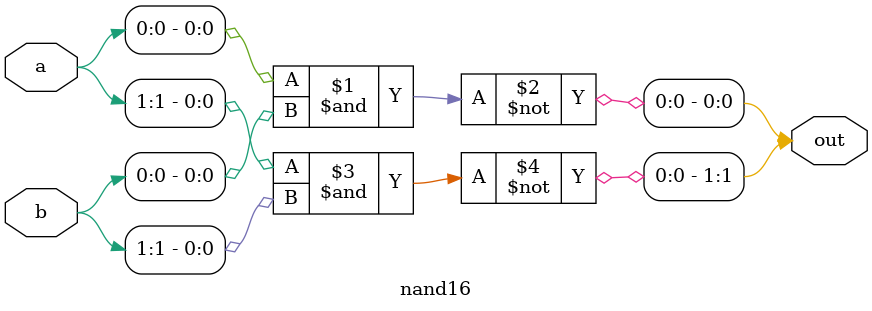
<source format=v>
module nand16 (
    input wire [1:0] a,
    input wire [1:0] b,
    output wire [1:0] out
);

assign out = ( { ~(a[1] & b[1]), ~(a[0] & b[0])} );

endmodule

</source>
